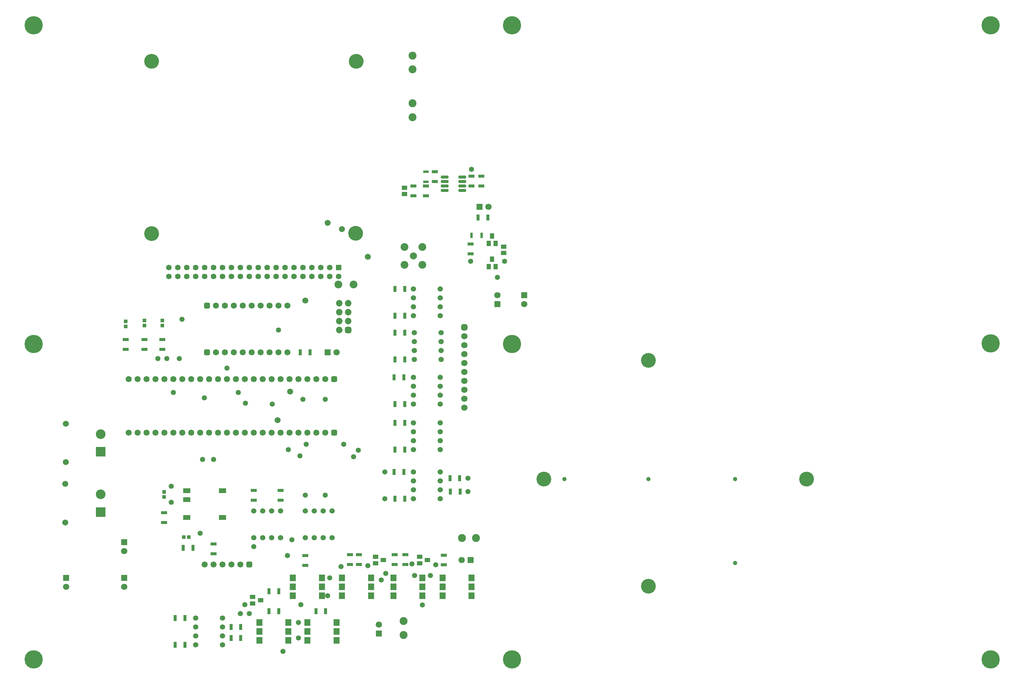
<source format=gts>
%FSTAX23Y23*%
%MOIN*%
%SFA1B1*%

%IPPOS*%
%AMD34*
4,1,8,0.035800,0.015800,-0.035800,0.015800,-0.042800,0.008900,-0.042800,-0.008900,-0.035800,-0.015800,0.035800,-0.015800,0.042800,-0.008900,0.042800,0.008900,0.035800,0.015800,0.0*
1,1,0.013906,0.035800,0.008900*
1,1,0.013906,-0.035800,0.008900*
1,1,0.013906,-0.035800,-0.008900*
1,1,0.013906,0.035800,-0.008900*
%
%AMD52*
4,1,8,-0.036500,0.016200,-0.036500,-0.016200,-0.016200,-0.036500,0.016200,-0.036500,0.036500,-0.016200,0.036500,0.016200,0.016200,0.036500,-0.016200,0.036500,-0.036500,0.016200,0.0*
1,1,0.040480,-0.016200,0.016200*
1,1,0.040480,-0.016200,-0.016200*
1,1,0.040480,0.016200,-0.016200*
1,1,0.040480,0.016200,0.016200*
%
%AMD56*
4,1,8,0.035500,-0.015700,0.035500,0.015700,0.015700,0.035500,-0.015700,0.035500,-0.035500,0.015700,-0.035500,-0.015700,-0.015700,-0.035500,0.015700,-0.035500,0.035500,-0.015700,0.0*
1,1,0.039496,0.015700,-0.015700*
1,1,0.039496,0.015700,0.015700*
1,1,0.039496,-0.015700,0.015700*
1,1,0.039496,-0.015700,-0.015700*
%
%AMD58*
4,1,8,-0.015000,-0.033900,0.015000,-0.033900,0.033900,-0.015000,0.033900,0.015000,0.015000,0.033900,-0.015000,0.033900,-0.033900,0.015000,-0.033900,-0.015000,-0.015000,-0.033900,0.0*
1,1,0.037921,-0.015000,-0.015000*
1,1,0.037921,0.015000,-0.015000*
1,1,0.037921,0.015000,0.015000*
1,1,0.037921,-0.015000,0.015000*
%
%ADD21R,0.067000X0.036000*%
%ADD23R,0.060992X0.025685*%
%ADD24R,0.025685X0.060992*%
%ADD26R,0.036000X0.067000*%
%ADD33R,0.039496X0.039496*%
G04~CAMADD=34~8~0.0~0.0~855.6~316.2~69.5~0.0~15~0.0~0.0~0.0~0.0~0~0.0~0.0~0.0~0.0~0~0.0~0.0~0.0~0.0~855.6~316.2*
%ADD34D34*%
%ADD35R,0.047370X0.063118*%
%ADD36R,0.064299X0.051307*%
%ADD37R,0.039496X0.039496*%
%ADD38R,0.067842X0.078079*%
%ADD39R,0.063118X0.047370*%
%ADD40R,0.078866X0.055244*%
%ADD41R,0.108393X0.108393*%
%ADD42C,0.108393*%
%ADD43C,0.067370*%
%ADD44C,0.048000*%
%ADD45C,0.071189*%
%ADD46R,0.071189X0.071189*%
%ADD47R,0.071189X0.071189*%
%ADD48C,0.165480*%
%ADD49C,0.089000*%
%ADD50C,0.059181*%
%ADD51C,0.072960*%
G04~CAMADD=52~8~0.0~0.0~729.6~729.6~202.4~0.0~15~0.0~0.0~0.0~0.0~0~0.0~0.0~0.0~0.0~0~0.0~0.0~0.0~90.0~730.0~730.0*
%ADD52D52*%
%ADD53C,0.079000*%
%ADD54C,0.087000*%
%ADD55C,0.070992*%
G04~CAMADD=56~8~0.0~0.0~709.9~709.9~197.5~0.0~15~0.0~0.0~0.0~0.0~0~0.0~0.0~0.0~0.0~0~0.0~0.0~0.0~270.0~710.0~710.0*
%ADD56D56*%
%ADD57C,0.067842*%
G04~CAMADD=58~8~0.0~0.0~678.4~678.4~189.6~0.0~15~0.0~0.0~0.0~0.0~0~0.0~0.0~0.0~0.0~0~0.0~0.0~0.0~180.0~678.0~678.0*
%ADD58D58*%
%ADD59C,0.062724*%
%ADD60R,0.062724X0.062724*%
%ADD61C,0.058000*%
%ADD62C,0.067055*%
%ADD63C,0.086740*%
%ADD64C,0.204850*%
%LNmain-1*%
%LPD*%
G54D21*
X014Y03686D03*
Y03794D03*
X0119Y03686D03*
Y03794D03*
X016Y03686D03*
Y03794D03*
X0506Y05516D03*
Y05624D03*
X0517Y05516D03*
Y05624D03*
X0465Y05566D03*
Y05674D03*
X0505Y04756D03*
Y04864D03*
X0455Y05406D03*
Y05514D03*
X0441Y05406D03*
Y05514D03*
X0162Y01746D03*
Y01854D03*
X0432Y01384D03*
Y01276D03*
X038D03*
Y01384D03*
X037Y01276D03*
Y01384D03*
X02175Y01396D03*
Y01504D03*
X02925Y01996D03*
Y02104D03*
X02625Y01996D03*
Y02104D03*
X032Y01374D03*
Y01266D03*
X0475Y01379D03*
Y01271D03*
X042Y01276D03*
Y01384D03*
G54D23*
X0455Y05563D03*
Y05676D03*
G54D24*
X05063Y0496D03*
X05176D03*
G54D26*
X05136Y0516D03*
X05244D03*
X01944Y0146D03*
X01836D03*
X04934Y0209D03*
X04826D03*
X04196Y0231D03*
X04304D03*
X04928Y0224D03*
X0482D03*
X04206Y0201D03*
X04314D03*
X04206Y0436D03*
X04314D03*
X04206Y0406D03*
X04314D03*
X04206Y0387D03*
X04314D03*
X04206Y0357D03*
X04314D03*
X04196Y0337D03*
X04304D03*
X04206Y0307D03*
X04314D03*
X04206Y0286D03*
X04314D03*
X04206Y0256D03*
X04314D03*
X02479Y0045D03*
X02371D03*
X02479Y00575D03*
X02371D03*
X02904Y0075D03*
X02796D03*
X03429D03*
X03321D03*
X03254Y0365D03*
X03146D03*
X02904Y00975D03*
X02796D03*
X01746Y00675D03*
X01854D03*
X01746Y00375D03*
X01854D03*
G54D33*
X0119Y03999D03*
Y0394D03*
X014Y04009D03*
Y0395D03*
X016Y04009D03*
Y0395D03*
X0162Y02089D03*
Y0203D03*
G54D34*
X04957Y05615D03*
Y05565D03*
Y05515D03*
Y05465D03*
X04762D03*
Y05515D03*
Y05565D03*
Y05615D03*
G54D35*
X05255Y0461D03*
X0533D03*
X05292Y04696D03*
Y04956D03*
X0533Y0487D03*
X05255D03*
G54D36*
X0431Y05425D03*
Y05494D03*
X0542Y04834D03*
Y04765D03*
G54D37*
X01899Y0158D03*
X0184D03*
G54D38*
X03012Y00625D03*
Y00425D03*
Y00525D03*
X02687Y00625D03*
Y00425D03*
Y00525D03*
X03612Y00925D03*
Y01125D03*
Y01025D03*
X03937Y00925D03*
Y01125D03*
Y01025D03*
X0355Y00625D03*
Y00425D03*
Y00525D03*
X03225Y00625D03*
Y00425D03*
Y00525D03*
X05062Y01025D03*
Y01125D03*
Y00925D03*
X04737Y01025D03*
Y01125D03*
Y00925D03*
X04187D03*
Y01125D03*
Y01025D03*
X04512Y00925D03*
Y01125D03*
Y01025D03*
X03387D03*
Y01125D03*
Y00925D03*
X03062Y01025D03*
Y01125D03*
Y00925D03*
G54D39*
X027Y00875D03*
X02613Y00837D03*
Y00912D03*
X03988Y01362D03*
Y01287D03*
X04075Y01325D03*
X04481Y01362D03*
Y01287D03*
X04568Y01325D03*
G54D40*
X02275Y021D03*
Y018D03*
X01874D03*
Y02D03*
Y021D03*
G54D41*
X00913Y02538D03*
X0091Y01863D03*
G54D42*
X00913Y02734D03*
X0091Y0206D03*
G54D43*
X0052Y02853D03*
Y0242D03*
X00516Y01745D03*
Y02178D03*
G54D44*
X0801Y0223D03*
Y0129D03*
X061Y0223D03*
X0704D03*
G54D45*
X0565Y0419D03*
X0525Y0528D03*
X0495Y01325D03*
X0355Y0365D03*
X01175Y01425D03*
Y01025D03*
X00525D03*
X04025Y006D03*
X0535Y0429D03*
G54D46*
X0565Y0429D03*
X01175Y01525D03*
Y01125D03*
X00525D03*
X04025Y005D03*
X0535Y0419D03*
G54D47*
X0515Y0528D03*
X0505Y01325D03*
X0345Y0365D03*
G54D48*
X0704Y0103D03*
Y0356D03*
X0881Y0223D03*
X0587D03*
X0148Y0498D03*
Y0691D03*
X0377D03*
X03765Y04985D03*
G54D49*
X0511Y0157D03*
X04954D03*
X043Y00484D03*
Y0064D03*
X044Y0682D03*
Y06975D03*
Y06284D03*
Y0644D03*
G54D50*
X0471Y0201D03*
Y0211D03*
X0441Y0201D03*
Y0211D03*
X0471Y0231D03*
Y0221D03*
X0441D03*
Y0231D03*
X02925Y01875D03*
X02825D03*
Y01575D03*
X02925D03*
X02725Y01875D03*
X02625D03*
X02725Y01575D03*
X02625D03*
X0471Y0256D03*
Y0266D03*
X0441Y0256D03*
Y0266D03*
X0471Y0286D03*
Y0276D03*
X0441D03*
Y0286D03*
X0471Y0307D03*
Y0317D03*
X0441Y0307D03*
Y0317D03*
X0471Y0337D03*
Y0327D03*
X0441D03*
Y0337D03*
X0472Y0357D03*
Y0367D03*
X0442Y0357D03*
Y0367D03*
X0472Y0387D03*
Y0377D03*
X0442D03*
Y0387D03*
X0471Y0406D03*
Y0416D03*
X0441Y0406D03*
Y0416D03*
X0471Y0436D03*
Y0426D03*
X0441D03*
Y0436D03*
X02275Y00375D03*
Y00475D03*
X01975Y00375D03*
Y00475D03*
X02275Y00675D03*
Y00575D03*
X01975D03*
Y00675D03*
X035Y01875D03*
X034D03*
X035Y01575D03*
X034D03*
X032Y01875D03*
X033D03*
Y01575D03*
X032D03*
G54D51*
X0358Y042D03*
Y041D03*
X0368Y042D03*
Y041D03*
X0358Y039D03*
X0368Y04D03*
X0358D03*
G54D52*
X0368Y039D03*
G54D53*
X0441Y0473D03*
G54D54*
X0431Y0463D03*
X0451D03*
Y0483D03*
X0431D03*
G54D55*
X0498Y0303D03*
Y0313D03*
Y0343D03*
Y0363D03*
Y0383D03*
Y0373D03*
Y0353D03*
Y0333D03*
Y0323D03*
G54D56*
X0498Y0393D03*
G54D57*
X01225Y0335D03*
X01325D03*
X01425D03*
X01525D03*
X01625D03*
X01725D03*
X01825D03*
X02125D03*
X02225D03*
X02325D03*
X02525D03*
X02725D03*
X02825D03*
X03025D03*
X03125D03*
X03225D03*
X03425D03*
X03325D03*
X02925D03*
X02625D03*
X02425D03*
X02025D03*
X01925D03*
X01225Y0275D03*
X01325D03*
X01425D03*
X01525D03*
X01625D03*
X01725D03*
X01825D03*
X02125D03*
X02225D03*
X02325D03*
X02525D03*
X02725D03*
X02825D03*
X03025D03*
X03125D03*
X03225D03*
X03425D03*
X03325D03*
X02925D03*
X02625D03*
X02425D03*
X02025D03*
X01925D03*
X027Y04175D03*
X023D03*
X022D03*
X024D03*
X025D03*
X026D03*
X028D03*
X029D03*
X03D03*
X027Y0365D03*
X023D03*
X022D03*
X024D03*
X025D03*
X026D03*
X028D03*
X029D03*
X03D03*
X02075Y01275D03*
X02175D03*
X02275D03*
X02475D03*
X02375D03*
G54D58*
X03525Y0335D03*
Y0275D03*
X021Y04175D03*
Y0365D03*
X02575Y01275D03*
G54D59*
X01675Y045D03*
Y046D03*
X01775Y045D03*
Y046D03*
X01875Y045D03*
Y046D03*
X01975Y045D03*
Y046D03*
X02075Y045D03*
Y046D03*
X02175Y045D03*
Y046D03*
X02275Y045D03*
Y046D03*
X02375Y045D03*
Y046D03*
X02475Y045D03*
Y046D03*
X02575Y045D03*
Y046D03*
X02675Y045D03*
Y046D03*
X02775Y045D03*
Y046D03*
X02875Y045D03*
Y046D03*
X02975Y045D03*
Y046D03*
X03075Y045D03*
Y046D03*
X03175Y045D03*
Y046D03*
X03275Y045D03*
Y046D03*
X03375Y045D03*
Y046D03*
X03475Y045D03*
Y046D03*
X03575Y045D03*
G54D60*
X03575Y046D03*
G54D61*
X0535Y0449D03*
X0182Y0402D03*
X0506Y057D03*
X0543Y0467D03*
X0505D03*
X029Y039D03*
X0179Y0358D03*
X0155D03*
X0165D03*
X0502Y0209D03*
Y0224D03*
X0409Y0201D03*
Y0231D03*
X017Y0215D03*
Y0197D03*
X0451Y0082D03*
X0207Y0314D03*
X0283Y0307D03*
X0253Y0308D03*
X0374Y0248D03*
X0314Y0249D03*
X0301Y0256D03*
X03795Y02555D03*
X04395Y0128D03*
X0321Y0262D03*
X0363D03*
X039Y0126D03*
X0466Y0127D03*
X0295Y003D03*
X02475Y00725D03*
X03125Y0045D03*
X02575Y00725D03*
X03425Y03125D03*
X03175D03*
X01725Y032D03*
X0245D03*
X04425Y0115D03*
X03475Y01125D03*
X046Y0115D03*
X0405Y011D03*
X041Y01175D03*
X036Y0125D03*
X0305Y0155D03*
X03Y01375D03*
X02025Y01625D03*
X02175Y0245D03*
X0205D03*
X03425Y0205D03*
X032D03*
X02325Y03475D03*
X0345Y00925D03*
X03125Y00625D03*
X0315Y00825D03*
X02625Y01475D03*
X02525Y00825D03*
G54D62*
X032Y0423D03*
X0289Y0289D03*
X0303Y0321D03*
X039Y0472D03*
X0361Y0503D03*
X0345Y051D03*
G54D63*
X0357Y0441D03*
X0374D03*
G54D64*
X05515Y03745D03*
Y0021D03*
Y07315D03*
X1087Y0021D03*
Y07315D03*
Y0375D03*
X0016Y03745D03*
Y07315D03*
Y0021D03*
M02*
</source>
